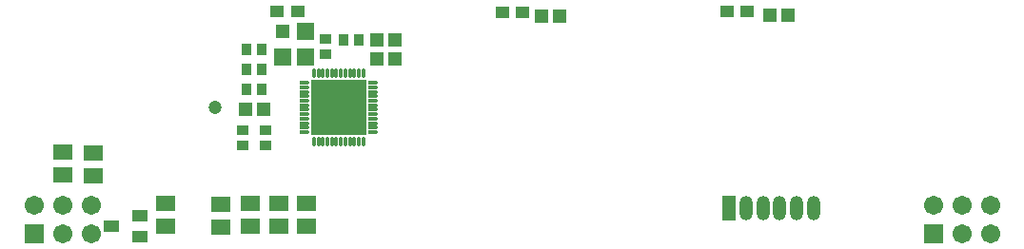
<source format=gbs>
G04 Layer_Color=16711935*
%FSLAX44Y44*%
%MOMM*%
G71*
G01*
G75*
%ADD48R,0.9532X1.0032*%
%ADD49R,1.0032X0.9532*%
%ADD50R,1.2032X1.1532*%
%ADD51R,1.8034X1.4732*%
%ADD58R,1.2032X2.2032*%
%ADD59O,1.2032X2.2032*%
%ADD60C,1.7032*%
%ADD61R,1.7032X1.7032*%
%ADD62C,1.2032*%
%ADD63O,0.8532X0.4032*%
%ADD64O,0.4032X0.8532*%
%ADD65R,4.9032X4.9032*%
%ADD66R,1.5032X1.5032*%
%ADD67R,1.2032X1.2032*%
%ADD68R,1.4032X1.0532*%
%ADD69R,1.2032X1.0160*%
D48*
X-268370Y66040D02*
D03*
X-254870D02*
D03*
X-268370Y83820D02*
D03*
X-254870D02*
D03*
X-268370Y101600D02*
D03*
X-254870D02*
D03*
X-168364Y110490D02*
D03*
X-181864D02*
D03*
D49*
X-271780Y16110D02*
D03*
Y29610D02*
D03*
X-251460D02*
D03*
Y16110D02*
D03*
X-198120Y97390D02*
D03*
Y110890D02*
D03*
D50*
X-253620Y48260D02*
D03*
X-269620D02*
D03*
X-136398Y93218D02*
D03*
X-152398D02*
D03*
Y110490D02*
D03*
X-136398D02*
D03*
X196724Y132080D02*
D03*
X212724D02*
D03*
X10032Y131572D02*
D03*
X-5968D02*
D03*
D51*
X-215138Y-55880D02*
D03*
Y-35560D02*
D03*
X-240030Y-35560D02*
D03*
Y-55880D02*
D03*
X-265176Y-55880D02*
D03*
Y-35560D02*
D03*
X-431800Y10160D02*
D03*
Y-10160D02*
D03*
X-404622Y9906D02*
D03*
Y-10414D02*
D03*
X-340360Y-35560D02*
D03*
Y-55880D02*
D03*
X-291338Y-56134D02*
D03*
Y-35814D02*
D03*
D58*
X160800Y-39980D02*
D03*
D59*
X175800D02*
D03*
X190800D02*
D03*
X205800D02*
D03*
X220800D02*
D03*
X235800D02*
D03*
D60*
X-406908Y-36830D02*
D03*
Y-62230D02*
D03*
X-432308Y-36830D02*
D03*
Y-62230D02*
D03*
X-457708Y-36830D02*
D03*
X393192D02*
D03*
Y-62230D02*
D03*
X367792Y-36830D02*
D03*
Y-62230D02*
D03*
X342392Y-36830D02*
D03*
D61*
X-457708Y-62230D02*
D03*
X342392D02*
D03*
D62*
X-296926Y49784D02*
D03*
D63*
X-156440Y72038D02*
D03*
Y68038D02*
D03*
Y64038D02*
D03*
Y60038D02*
D03*
Y56038D02*
D03*
Y52038D02*
D03*
Y48038D02*
D03*
Y44038D02*
D03*
Y40038D02*
D03*
Y36038D02*
D03*
Y32038D02*
D03*
Y28038D02*
D03*
X-216940D02*
D03*
Y32038D02*
D03*
Y36038D02*
D03*
Y40038D02*
D03*
Y44038D02*
D03*
Y48038D02*
D03*
Y52038D02*
D03*
Y56038D02*
D03*
Y60038D02*
D03*
Y64038D02*
D03*
Y68038D02*
D03*
Y72038D02*
D03*
D64*
X-164690Y19788D02*
D03*
X-168690D02*
D03*
X-172690D02*
D03*
X-176690D02*
D03*
X-180690D02*
D03*
X-184690D02*
D03*
X-188690D02*
D03*
X-192690D02*
D03*
X-196690D02*
D03*
X-200690D02*
D03*
X-204690D02*
D03*
X-208690D02*
D03*
Y80288D02*
D03*
X-204690D02*
D03*
X-200690D02*
D03*
X-196690D02*
D03*
X-192690D02*
D03*
X-188690D02*
D03*
X-184690D02*
D03*
X-180690D02*
D03*
X-176690D02*
D03*
X-172690D02*
D03*
X-168690D02*
D03*
X-164690D02*
D03*
D65*
X-186690Y50038D02*
D03*
D66*
X-236220Y95250D02*
D03*
X-216520D02*
D03*
Y118250D02*
D03*
D67*
X-236220D02*
D03*
D68*
X-388620Y-55880D02*
D03*
X-363674Y-65278D02*
D03*
X-363620Y-46380D02*
D03*
D69*
X-23164Y135140D02*
D03*
X-41164D02*
D03*
X-241130Y135284D02*
D03*
X-223130D02*
D03*
X176920D02*
D03*
X158920D02*
D03*
M02*

</source>
